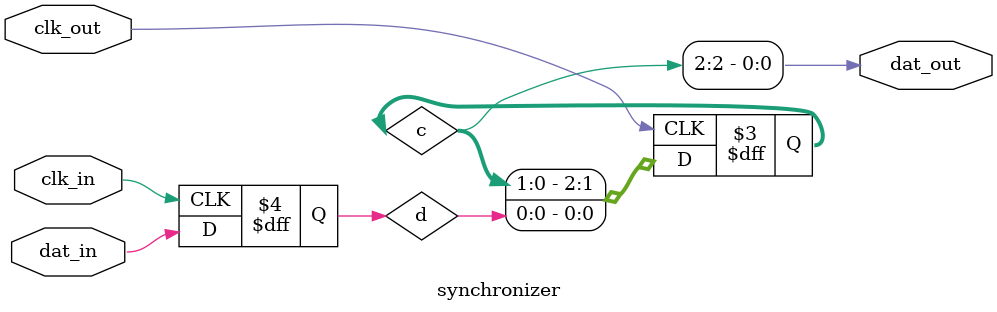
<source format=v>

module synchronizer #(
	parameter WIDTH = 1,
	parameter STAGES = 3 // should not be less than 2
)
(
	input clk_in,
	input clk_out,
	
	input [WIDTH-1:0] dat_in,
	output [WIDTH-1:0] dat_out	
);

// launch register
reg [WIDTH-1:0] d /* synthesis preserve */;
always @(posedge clk_in) begin
	d <= dat_in;
end

// capture registers
reg [STAGES*WIDTH-1:0] c /* synthesis preserve */;
always @(posedge clk_out) begin
	c <= {c[(STAGES-1)*WIDTH-1:0],d};
end

assign dat_out = c[STAGES*WIDTH-1:(STAGES-1)*WIDTH];

endmodule

</source>
